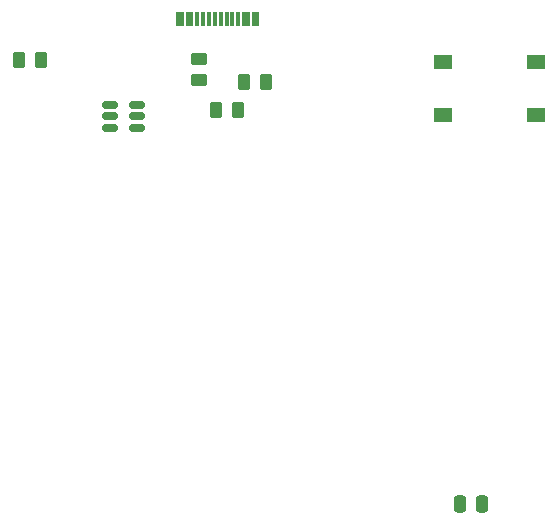
<source format=gbr>
%TF.GenerationSoftware,KiCad,Pcbnew,(6.0.9)*%
%TF.CreationDate,2022-12-04T20:55:25-04:00*%
%TF.ProjectId,pika-board,70696b61-2d62-46f6-9172-642e6b696361,rev?*%
%TF.SameCoordinates,Original*%
%TF.FileFunction,Paste,Top*%
%TF.FilePolarity,Positive*%
%FSLAX46Y46*%
G04 Gerber Fmt 4.6, Leading zero omitted, Abs format (unit mm)*
G04 Created by KiCad (PCBNEW (6.0.9)) date 2022-12-04 20:55:25*
%MOMM*%
%LPD*%
G01*
G04 APERTURE LIST*
G04 Aperture macros list*
%AMRoundRect*
0 Rectangle with rounded corners*
0 $1 Rounding radius*
0 $2 $3 $4 $5 $6 $7 $8 $9 X,Y pos of 4 corners*
0 Add a 4 corners polygon primitive as box body*
4,1,4,$2,$3,$4,$5,$6,$7,$8,$9,$2,$3,0*
0 Add four circle primitives for the rounded corners*
1,1,$1+$1,$2,$3*
1,1,$1+$1,$4,$5*
1,1,$1+$1,$6,$7*
1,1,$1+$1,$8,$9*
0 Add four rect primitives between the rounded corners*
20,1,$1+$1,$2,$3,$4,$5,0*
20,1,$1+$1,$4,$5,$6,$7,0*
20,1,$1+$1,$6,$7,$8,$9,0*
20,1,$1+$1,$8,$9,$2,$3,0*%
G04 Aperture macros list end*
%ADD10RoundRect,0.250000X-0.262500X-0.450000X0.262500X-0.450000X0.262500X0.450000X-0.262500X0.450000X0*%
%ADD11RoundRect,0.150000X-0.512500X-0.150000X0.512500X-0.150000X0.512500X0.150000X-0.512500X0.150000X0*%
%ADD12RoundRect,0.250000X0.262500X0.450000X-0.262500X0.450000X-0.262500X-0.450000X0.262500X-0.450000X0*%
%ADD13RoundRect,0.250000X-0.250000X-0.475000X0.250000X-0.475000X0.250000X0.475000X-0.250000X0.475000X0*%
%ADD14R,1.550000X1.300000*%
%ADD15RoundRect,0.250000X-0.450000X0.262500X-0.450000X-0.262500X0.450000X-0.262500X0.450000X0.262500X0*%
%ADD16R,0.300000X1.150000*%
G04 APERTURE END LIST*
D10*
%TO.C,R4*%
X72906250Y-65881250D03*
X74731250Y-65881250D03*
%TD*%
D11*
%TO.C,U1*%
X63950000Y-65463146D03*
X63950000Y-66413146D03*
X63950000Y-67363146D03*
X66225000Y-67363146D03*
X66225000Y-66413146D03*
X66225000Y-65463146D03*
%TD*%
D12*
%TO.C,R9*%
X58062500Y-61650646D03*
X56237500Y-61650646D03*
%TD*%
D13*
%TO.C,C3*%
X93506250Y-99218750D03*
X95406250Y-99218750D03*
%TD*%
D14*
%TO.C,SW13*%
X92068750Y-61781896D03*
X100018750Y-61781896D03*
X100018750Y-66281896D03*
X92068750Y-66281896D03*
%TD*%
D10*
%TO.C,R8*%
X75287500Y-63500000D03*
X77112500Y-63500000D03*
%TD*%
D15*
%TO.C,R3*%
X71437500Y-61531896D03*
X71437500Y-63356896D03*
%TD*%
D16*
%TO.C,J1*%
X76375000Y-58176896D03*
X75575000Y-58176896D03*
X74275000Y-58176896D03*
X73275000Y-58176896D03*
X72775000Y-58176896D03*
X71775000Y-58176896D03*
X70475000Y-58176896D03*
X69675000Y-58176896D03*
X69975000Y-58176896D03*
X70775000Y-58176896D03*
X71275000Y-58176896D03*
X72275000Y-58176896D03*
X73775000Y-58176896D03*
X74775000Y-58176896D03*
X75275000Y-58176896D03*
X76075000Y-58176896D03*
%TD*%
M02*

</source>
